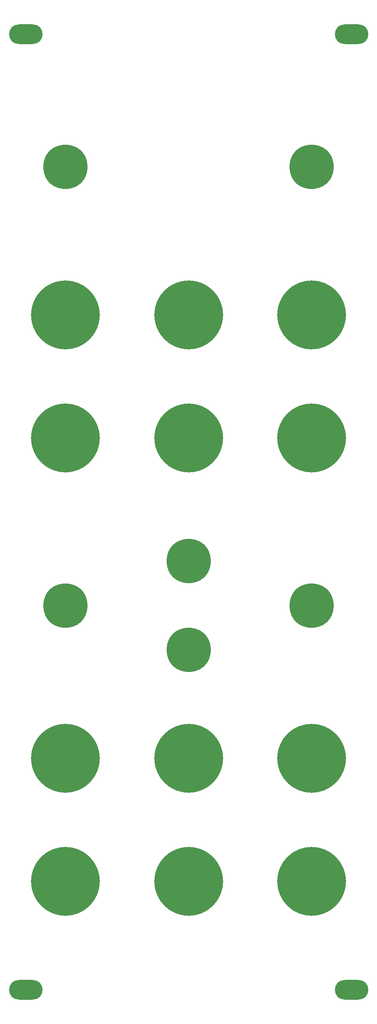
<source format=gbs>
G04 #@! TF.GenerationSoftware,KiCad,Pcbnew,6.0.7-f9a2dced07~116~ubuntu22.04.1*
G04 #@! TF.CreationDate,2022-09-02T23:25:56-04:00*
G04 #@! TF.ProjectId,voltproc_panel,766f6c74-7072-46f6-935f-70616e656c2e,rev?*
G04 #@! TF.SameCoordinates,Original*
G04 #@! TF.FileFunction,Soldermask,Bot*
G04 #@! TF.FilePolarity,Negative*
%FSLAX46Y46*%
G04 Gerber Fmt 4.6, Leading zero omitted, Abs format (unit mm)*
G04 Created by KiCad (PCBNEW 6.0.7-f9a2dced07~116~ubuntu22.04.1) date 2022-09-02 23:25:56*
%MOMM*%
%LPD*%
G01*
G04 APERTURE LIST*
%ADD10O,6.800000X4.000000*%
%ADD11C,9.000000*%
%ADD12C,14.000000*%
G04 APERTURE END LIST*
D10*
G04 #@! TO.C,H12*
X86700000Y-204600000D03*
X86700000Y-10600000D03*
G04 #@! TD*
D11*
G04 #@! TO.C,H10*
X53600000Y-117600000D03*
G04 #@! TD*
D12*
G04 #@! TO.C,H7*
X28600000Y-67600000D03*
G04 #@! TD*
G04 #@! TO.C,H8*
X53600000Y-67600000D03*
G04 #@! TD*
G04 #@! TO.C,H1*
X28600000Y-157600000D03*
G04 #@! TD*
D10*
G04 #@! TO.C,H9*
X20500000Y-204600000D03*
X20500000Y-10600000D03*
G04 #@! TD*
D11*
G04 #@! TO.C,H11*
X28600000Y-37600000D03*
G04 #@! TD*
D12*
G04 #@! TO.C,H2*
X28600000Y-182600000D03*
G04 #@! TD*
G04 #@! TO.C,H3*
X53600000Y-157600000D03*
G04 #@! TD*
G04 #@! TO.C,H4*
X53600000Y-182600000D03*
G04 #@! TD*
G04 #@! TO.C,H5*
X78600000Y-157600000D03*
G04 #@! TD*
G04 #@! TO.C,H6*
X78600000Y-182600000D03*
G04 #@! TD*
D11*
G04 #@! TO.C,H20*
X78600000Y-126600000D03*
G04 #@! TD*
D12*
G04 #@! TO.C,H14*
X28600000Y-92600000D03*
G04 #@! TD*
D11*
G04 #@! TO.C,H15*
X53600000Y-135600000D03*
G04 #@! TD*
D12*
G04 #@! TO.C,H18*
X78600000Y-92600000D03*
G04 #@! TD*
G04 #@! TO.C,H17*
X53600000Y-92600000D03*
G04 #@! TD*
D11*
G04 #@! TO.C,H19*
X78600000Y-37600000D03*
G04 #@! TD*
G04 #@! TO.C,H16*
X28600000Y-126600000D03*
G04 #@! TD*
D12*
G04 #@! TO.C,H13*
X78600000Y-67600000D03*
G04 #@! TD*
M02*

</source>
